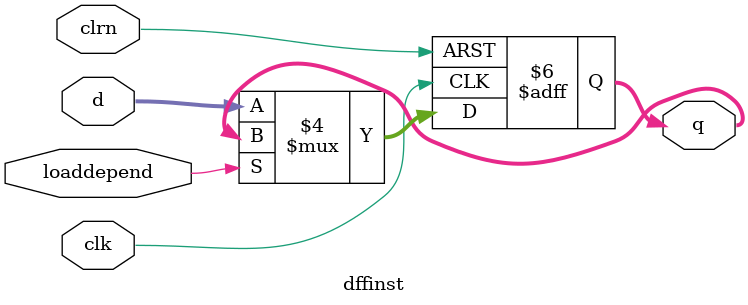
<source format=v>
`timescale 1ns / 1ps

module dffinst(d,clk,clrn,loaddepend,q
    );
	 input [31:0] d;
	 input clk,clrn,loaddepend;
	 output [31:0] q;
    reg [31:0] q;
    always @ (posedge clk or negedge clrn) begin
			if (clrn == 0) q <= 0;
			else	if (~loaddepend)	q <= d;
	 end	 
endmodule
</source>
